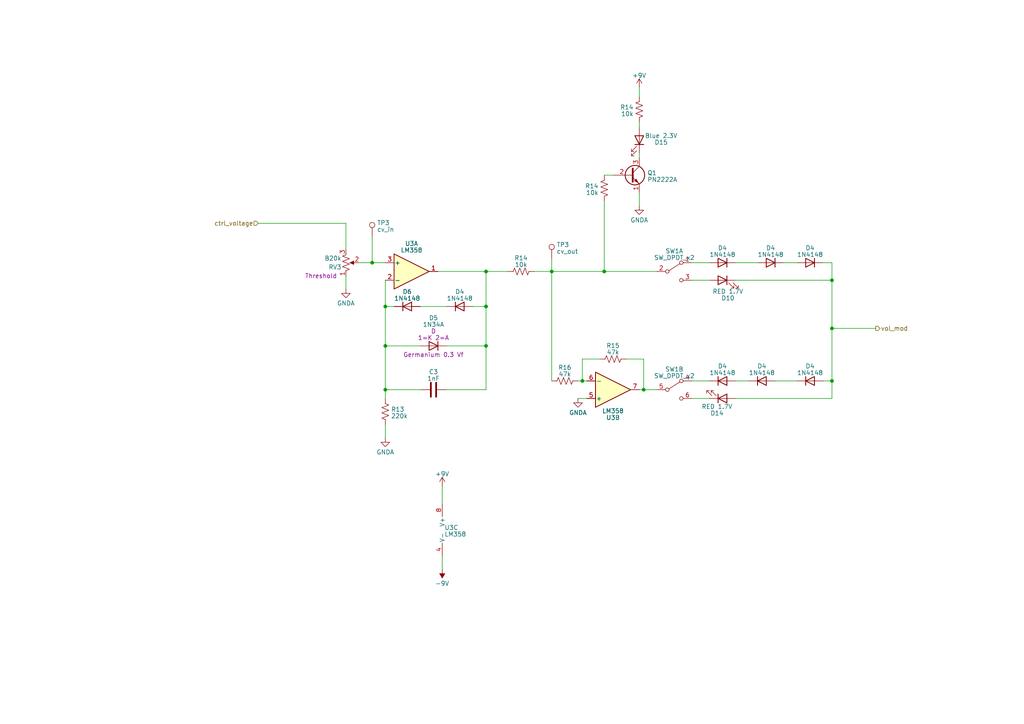
<source format=kicad_sch>
(kicad_sch (version 20230121) (generator eeschema)
  (paper "A4")
  (lib_symbols
    (symbol "Amplifier_Operational:LM358" (pin_names (offset 0.127))
      (property "Reference" "U" (at 0 5.08 0))
      (property "Value" "LM358" (at 0 -5.08 0))
      (symbol "LM358_1_1"
        (polyline (pts (xy -5.08 5.08) (xy 5.08 0) (xy -5.08 -5.08) (xy -5.08 5.08)) (stroke (width 0.254)) (fill (type background)))
        (pin output line (at 7.62 0 180) (length 2.54) (name "~") (number "1"))
        (pin input line (at -7.62 -2.54 0) (length 2.54) (name "-") (number "2"))
        (pin input line (at -7.62 2.54 0) (length 2.54) (name "+") (number "3"))
      )
      (symbol "LM358_2_1"
        (polyline (pts (xy -5.08 5.08) (xy 5.08 0) (xy -5.08 -5.08) (xy -5.08 5.08)) (stroke (width 0.254)) (fill (type background)))
        (pin input line (at -7.62 2.54 0) (length 2.54) (name "+") (number "5"))
        (pin input line (at -7.62 -2.54 0) (length 2.54) (name "-") (number "6"))
        (pin output line (at 7.62 0 180) (length 2.54) (name "~") (number "7"))
      )
      (symbol "LM358_3_1"
        (pin power_in line (at -2.54 -7.62 90) (length 3.81) (name "V-") (number "4"))
        (pin power_in line (at -2.54 7.62 270) (length 3.81) (name "V+") (number "8"))
      )
    )
    (symbol "Connector:TestPoint" (pin_numbers hide) (pin_names (offset 0.762) hide)
      (property "Reference" "TP" (at 0 6.858 0))
      (property "Value" "TestPoint" (at 0 5.08 0))
      (symbol "TestPoint_0_1"
        (circle (center 0 3.302) (radius 0.762))
      )
      (symbol "TestPoint_1_1"
        (pin passive line (at 0 0 90) (length 2.54) (name "1") (number "1"))
      )
    )
    (symbol "Device:C" (pin_numbers hide) (pin_names (offset 0.254))
      (property "Reference" "C" (at 0.635 2.54 0))
      (property "Value" "C" (at 0.635 -2.54 0))
      (symbol "C_0_1"
        (polyline (pts (xy -2.032 -0.762) (xy 2.032 -0.762)) (stroke (width 0.508)))
        (polyline (pts (xy -2.032 0.762) (xy 2.032 0.762)) (stroke (width 0.508)))
      )
      (symbol "C_1_1"
        (pin passive line (at 0 3.81 270) (length 2.794) (name "~") (number "1"))
        (pin passive line (at 0 -3.81 90) (length 2.794) (name "~") (number "2"))
      )
    )
    (symbol "Device:LED" (pin_numbers hide) (pin_names (offset 1.016) hide)
      (property "Reference" "D" (at 0 2.54 0))
      (property "Value" "LED" (at 0 -2.54 0))
      (symbol "LED_0_1"
        (polyline (pts (xy -1.27 -1.27) (xy -1.27 1.27)) (stroke (width 0.254)))
        (polyline (pts (xy -1.27 0) (xy 1.27 0)))
        (polyline (pts (xy 1.27 -1.27) (xy 1.27 1.27) (xy -1.27 0) (xy 1.27 -1.27)) (stroke (width 0.254)))
        (polyline (pts (xy -3.048 -0.762) (xy -4.572 -2.286) (xy -3.81 -2.286) (xy -4.572 -2.286) (xy -4.572 -1.524)))
        (polyline (pts (xy -1.778 -0.762) (xy -3.302 -2.286) (xy -2.54 -2.286) (xy -3.302 -2.286) (xy -3.302 -1.524)))
      )
      (symbol "LED_1_1"
        (pin passive line (at -3.81 0 0) (length 2.54) (name "K") (number "1"))
        (pin passive line (at 3.81 0 180) (length 2.54) (name "A") (number "2"))
      )
    )
    (symbol "Device:R_Potentiometer_US" (pin_names (offset 1.016) hide)
      (property "Reference" "RV" (at -4.445 0 90))
      (property "Value" "R_Potentiometer_US" (at -2.54 0 90))
      (symbol "R_Potentiometer_US_0_1"
        (polyline (pts (xy 0 -2.286) (xy 0 -2.54)))
        (polyline (pts (xy 0 2.54) (xy 0 2.286)))
        (polyline (pts (xy 2.54 0) (xy 1.524 0)))
        (polyline (pts (xy 1.143 0) (xy 2.286 0.508) (xy 2.286 -0.508) (xy 1.143 0)) (fill (type outline)))
        (polyline (pts (xy 0 -0.762) (xy 1.016 -1.143) (xy 0 -1.524) (xy -1.016 -1.905) (xy 0 -2.286)))
        (polyline (pts (xy 0 0.762) (xy 1.016 0.381) (xy 0 0) (xy -1.016 -0.381) (xy 0 -0.762)))
        (polyline (pts (xy 0 2.286) (xy 1.016 1.905) (xy 0 1.524) (xy -1.016 1.143) (xy 0 0.762)))
      )
      (symbol "R_Potentiometer_US_1_1"
        (pin passive line (at 0 3.81 270) (length 1.27) (name "1") (number "1"))
        (pin passive line (at 3.81 0 180) (length 1.27) (name "2") (number "2"))
        (pin passive line (at 0 -3.81 90) (length 1.27) (name "3") (number "3"))
      )
    )
    (symbol "Device:R_US" (pin_numbers hide) (pin_names (offset 0))
      (property "Reference" "R" (at 2.54 0 90))
      (property "Value" "R_US" (at -2.54 0 90))
      (symbol "R_US_0_1"
        (polyline (pts (xy 0 -2.286) (xy 0 -2.54)))
        (polyline (pts (xy 0 2.286) (xy 0 2.54)))
        (polyline (pts (xy 0 -0.762) (xy 1.016 -1.143) (xy 0 -1.524) (xy -1.016 -1.905) (xy 0 -2.286)))
        (polyline (pts (xy 0 0.762) (xy 1.016 0.381) (xy 0 0) (xy -1.016 -0.381) (xy 0 -0.762)))
        (polyline (pts (xy 0 2.286) (xy 1.016 1.905) (xy 0 1.524) (xy -1.016 1.143) (xy 0 0.762)))
      )
      (symbol "R_US_1_1"
        (pin passive line (at 0 3.81 270) (length 1.27) (name "~") (number "1"))
        (pin passive line (at 0 -3.81 90) (length 1.27) (name "~") (number "2"))
      )
    )
    (symbol "Diode:1N4148" (pin_numbers hide) (pin_names hide)
      (property "Reference" "D" (at 0 2.54 0))
      (property "Value" "1N4148" (at 0 -2.54 0))
      (symbol "1N4148_0_1"
        (polyline (pts (xy -1.27 1.27) (xy -1.27 -1.27)) (stroke (width 0.254)))
        (polyline (pts (xy 1.27 0) (xy -1.27 0)))
        (polyline (pts (xy 1.27 1.27) (xy 1.27 -1.27) (xy -1.27 0) (xy 1.27 1.27)) (stroke (width 0.254)))
      )
      (symbol "1N4148_1_1"
        (pin passive line (at -3.81 0 0) (length 2.54) (name "K") (number "1"))
        (pin passive line (at 3.81 0 180) (length 2.54) (name "A") (number "2"))
      )
    )
    (symbol "Simulation_SPICE:D" (pin_numbers hide) (pin_names (offset 1.016) hide)
      (property "Reference" "D" (at 0 2.54 0))
      (property "Value" "D" (at 0 -2.54 0))
      (property "Sim.Device" "D" (at 0 0 0))
      (property "Sim.Pins" "1=K 2=A" (at 0 0 0))
      (symbol "D_0_1"
        (polyline (pts (xy -1.27 1.27) (xy -1.27 -1.27)) (stroke (width 0.254)))
        (polyline (pts (xy 1.27 0) (xy -1.27 0)))
        (polyline (pts (xy 1.27 1.27) (xy 1.27 -1.27) (xy -1.27 0) (xy 1.27 1.27)) (stroke (width 0.254)))
      )
      (symbol "D_1_1"
        (pin passive line (at -3.81 0 0) (length 2.54) (name "K") (number "1"))
        (pin passive line (at 3.81 0 180) (length 2.54) (name "A") (number "2"))
      )
    )
    (symbol "Switch:SW_DPDT_x2" (pin_names (offset 0) hide)
      (property "Reference" "SW" (at 0 4.318 0))
      (property "Value" "SW_DPDT_x2" (at 0 -5.08 0))
      (symbol "SW_DPDT_x2_0_0"
        (circle (center -2.032 0) (radius 0.508))
        (circle (center 2.032 -2.54) (radius 0.508))
      )
      (symbol "SW_DPDT_x2_0_1"
        (polyline (pts (xy -1.524 0.254) (xy 1.651 2.286)))
        (circle (center 2.032 2.54) (radius 0.508))
      )
      (symbol "SW_DPDT_x2_1_1"
        (pin passive line (at 5.08 2.54 180) (length 2.54) (name "A") (number "1"))
        (pin passive line (at -5.08 0 0) (length 2.54) (name "B") (number "2"))
        (pin passive line (at 5.08 -2.54 180) (length 2.54) (name "C") (number "3"))
      )
      (symbol "SW_DPDT_x2_2_1"
        (pin passive line (at 5.08 2.54 180) (length 2.54) (name "A") (number "4"))
        (pin passive line (at -5.08 0 0) (length 2.54) (name "B") (number "5"))
        (pin passive line (at 5.08 -2.54 180) (length 2.54) (name "C") (number "6"))
      )
    )
    (symbol "Transistor_BJT:PN2222A" (pin_names (offset 0) hide)
      (property "Reference" "Q" (at 5.08 1.905 0))
      (property "Value" "PN2222A" (at 5.08 0 0))
      (symbol "PN2222A_0_1"
        (polyline (pts (xy 0 0) (xy 0.635 0)))
        (polyline (pts (xy 2.54 -2.54) (xy 0.635 -0.635)))
        (polyline (pts (xy 2.54 2.54) (xy 0.635 0.635)))
        (polyline (pts (xy 0.635 1.905) (xy 0.635 -1.905) (xy 0.635 -1.905)) (stroke (width 0.508)))
        (polyline (pts (xy 2.413 -2.413) (xy 1.905 -1.905) (xy 1.905 -1.905)))
        (polyline (pts (xy 1.143 -1.651) (xy 1.651 -1.143) (xy 2.159 -2.159) (xy 1.143 -1.651) (xy 1.143 -1.651)) (fill (type outline)))
        (circle (center 1.27 0) (radius 2.8194) (stroke (width 0.254)))
      )
      (symbol "PN2222A_1_1"
        (pin passive line (at 2.54 -5.08 90) (length 2.54) (name "E") (number "1"))
        (pin input line (at -5.08 0 0) (length 5.08) (name "B") (number "2"))
        (pin passive line (at 2.54 5.08 270) (length 2.54) (name "C") (number "3"))
      )
    )
    (symbol "power:+9V" (power) (pin_names (offset 0))
      (property "Value" "+9V" (at 0 3.556 0))
      (symbol "+9V_0_1"
        (polyline (pts (xy -0.762 1.27) (xy 0 2.54)))
        (polyline (pts (xy 0 0) (xy 0 2.54)))
        (polyline (pts (xy 0 2.54) (xy 0.762 1.27)))
      )
      (symbol "+9V_1_1"
        (pin power_in line (at 0 0 90) (length 0) hide (name "+9V") (number "1"))
      )
    )
    (symbol "power:-9V" (power) (pin_names (offset 0))
      (property "Value" "-9V" (at 0 3.81 0))
      (symbol "-9V_0_1"
        (polyline (pts (xy 0 0) (xy 0 2.54)))
        (polyline (pts (xy 0.762 1.27) (xy -0.762 1.27) (xy 0 2.54) (xy 0.762 1.27)) (fill (type outline)))
      )
      (symbol "-9V_1_1"
        (pin power_in line (at 0 0 90) (length 0) hide (name "-9V") (number "1"))
      )
    )
    (symbol "power:GNDA" (power) (pin_names (offset 0))
      (property "Value" "GNDA" (at 0 -3.81 0))
      (symbol "GNDA_0_1"
        (polyline (pts (xy 0 0) (xy 0 -1.27) (xy 1.27 -1.27) (xy 0 -2.54) (xy -1.27 -1.27) (xy 0 -1.27)))
      )
      (symbol "GNDA_1_1"
        (pin power_in line (at 0 0 270) (length 0) hide (name "GNDA") (number "1"))
      )
    )
  )
  (junction (at 107.95 76.2))
  (junction (at 111.76 100.33))
  (junction (at 241.3 81.28))
  (junction (at 160.02 78.74))
  (junction (at 111.76 113.03))
  (junction (at 175.26 78.74))
  (junction (at 140.97 88.9))
  (junction (at 241.3 110.49))
  (junction (at 140.97 78.74))
  (junction (at 186.69 113.03))
  (junction (at 140.97 100.33))
  (junction (at 241.3 95.25))
  (junction (at 168.91 110.49))
  (junction (at 111.76 88.9))
  (wire (pts (xy 185.42 59.69) (xy 185.42 55.88)))
  (wire (pts (xy 114.3 88.9) (xy 111.76 88.9)))
  (wire (pts (xy 160.02 74.93) (xy 160.02 78.74)))
  (wire (pts (xy 200.66 81.28) (xy 205.74 81.28)))
  (wire (pts (xy 140.97 100.33) (xy 140.97 88.9)))
  (wire (pts (xy 175.26 78.74) (xy 190.5 78.74)))
  (wire (pts (xy 186.69 104.14) (xy 186.69 113.03)))
  (wire (pts (xy 241.3 95.25) (xy 254 95.25)))
  (wire (pts (xy 140.97 113.03) (xy 140.97 100.33)))
  (wire (pts (xy 241.3 115.57) (xy 241.3 110.49)))
  (wire (pts (xy 160.02 78.74) (xy 175.26 78.74)))
  (wire (pts (xy 241.3 110.49) (xy 238.76 110.49)))
  (wire (pts (xy 175.26 50.8) (xy 177.8 50.8)))
  (wire (pts (xy 241.3 76.2) (xy 238.76 76.2)))
  (wire (pts (xy 74.93 64.77) (xy 100.33 64.77)))
  (wire (pts (xy 140.97 78.74) (xy 140.97 88.9)))
  (wire (pts (xy 107.95 76.2) (xy 111.76 76.2)))
  (wire (pts (xy 107.95 68.58) (xy 107.95 76.2)))
  (wire (pts (xy 160.02 110.49) (xy 160.02 78.74)))
  (wire (pts (xy 213.36 81.28) (xy 241.3 81.28)))
  (wire (pts (xy 111.76 100.33) (xy 111.76 113.03)))
  (wire (pts (xy 111.76 88.9) (xy 111.76 81.28)))
  (wire (pts (xy 147.32 78.74) (xy 140.97 78.74)))
  (wire (pts (xy 154.94 78.74) (xy 160.02 78.74)))
  (wire (pts (xy 213.36 115.57) (xy 241.3 115.57)))
  (wire (pts (xy 121.92 100.33) (xy 111.76 100.33)))
  (wire (pts (xy 231.14 110.49) (xy 224.79 110.49)))
  (wire (pts (xy 185.42 44.45) (xy 185.42 45.72)))
  (wire (pts (xy 185.42 36.83) (xy 185.42 35.56)))
  (wire (pts (xy 241.3 81.28) (xy 241.3 95.25)))
  (wire (pts (xy 111.76 88.9) (xy 111.76 100.33)))
  (wire (pts (xy 129.54 100.33) (xy 140.97 100.33)))
  (wire (pts (xy 213.36 76.2) (xy 219.71 76.2)))
  (wire (pts (xy 104.14 76.2) (xy 107.95 76.2)))
  (wire (pts (xy 121.92 113.03) (xy 111.76 113.03)))
  (wire (pts (xy 100.33 72.39) (xy 100.33 64.77)))
  (wire (pts (xy 175.26 58.42) (xy 175.26 78.74)))
  (wire (pts (xy 111.76 115.57) (xy 111.76 113.03)))
  (wire (pts (xy 100.33 83.82) (xy 100.33 80.01)))
  (wire (pts (xy 137.16 88.9) (xy 140.97 88.9)))
  (wire (pts (xy 185.42 25.4) (xy 185.42 27.94)))
  (wire (pts (xy 129.54 113.03) (xy 140.97 113.03)))
  (wire (pts (xy 168.91 104.14) (xy 168.91 110.49)))
  (wire (pts (xy 241.3 95.25) (xy 241.3 110.49)))
  (wire (pts (xy 173.99 104.14) (xy 168.91 104.14)))
  (wire (pts (xy 127 78.74) (xy 140.97 78.74)))
  (wire (pts (xy 121.92 88.9) (xy 129.54 88.9)))
  (wire (pts (xy 190.5 113.03) (xy 186.69 113.03)))
  (wire (pts (xy 186.69 113.03) (xy 185.42 113.03)))
  (wire (pts (xy 111.76 127) (xy 111.76 123.19)))
  (wire (pts (xy 200.66 115.57) (xy 205.74 115.57)))
  (wire (pts (xy 200.66 110.49) (xy 205.74 110.49)))
  (wire (pts (xy 241.3 81.28) (xy 241.3 76.2)))
  (wire (pts (xy 128.27 161.29) (xy 128.27 165.1)))
  (wire (pts (xy 200.66 76.2) (xy 205.74 76.2)))
  (wire (pts (xy 167.64 110.49) (xy 168.91 110.49)))
  (wire (pts (xy 168.91 110.49) (xy 170.18 110.49)))
  (wire (pts (xy 231.14 76.2) (xy 227.33 76.2)))
  (wire (pts (xy 181.61 104.14) (xy 186.69 104.14)))
  (wire (pts (xy 213.36 110.49) (xy 217.17 110.49)))
  (wire (pts (xy 128.27 140.97) (xy 128.27 146.05)))
  (wire (pts (xy 167.64 115.57) (xy 170.18 115.57)))
  (hierarchical_label "ctrl_voltage" (shape input) (at 74.93 64.77 180))
  (hierarchical_label "vol_mod" (shape output) (at 254 95.25 0))
  (symbol (lib_id "Connector:TestPoint") (at 107.95 68.58 0) (unit 1)
    (property "Reference" "TP3" (at 109.347 64.6343 0) (effects (justify left)))
    (property "Value" "cv_in" (at 109.347 66.5553 0) (effects (justify left)))
    (property "Footprint" "Connector_Pin:Pin_D1.3mm_L10.0mm_W3.5mm_Flat" (effects hide))
    (instances (project "Compressor_Pedal" (path "" (reference "TP3") (unit 1)) (path "" (reference "TP5") (unit 1)) (path "" (reference "TP5") (unit 1))))
  )
  (symbol (lib_id "power:GNDA") (at 167.64 115.57 0) (unit 1)
    (property "Reference" "#PWR019" (effects hide))
    (property "Value" "GNDA" (at 167.64 119.7055 0))
  )
  (symbol (lib_id "Device:C") (at 125.73 113.03 90) (unit 1)
    (property "Reference" "C3" (at 125.73 107.8611 90))
    (property "Value" "1nF" (at 125.73 109.7821 90))
    (property "Footprint" "Capacitor_THT:C_Disc_D5.0mm_W2.5mm_P2.50mm" (effects hide))
    (property "Description" "ceramic" (effects hide))
  )
  (symbol (lib_id "Diode:1N4148") (at 234.95 76.2 180) (unit 1)
    (property "Reference" "D4" (at 234.95 71.9201 0))
    (property "Value" "1N4148" (at 234.95 73.8411 0))
    (property "Footprint" "Diode_THT:D_DO-35_SOD27_P2.54mm_Vertical_KathodeUp" (effects hide))
    (property "Datasheet" "https://assets.nexperia.com/documents/data-sheet/1N4148_1N4448.pdf" (effects hide))
    (property "Sim.Device" "D" (effects hide))
    (property "Sim.Pins" "1=K 2=A" (effects hide))
    (instances (project "Compressor_Pedal" (path "" (reference "D4") (unit 1)) (path "" (reference "D9") (unit 1))))
  )
  (symbol (lib_id "Simulation_SPICE:D") (at 125.73 100.33 0) (mirror y) (unit 1)
    (property "Reference" "D5" (at 125.73 92.2081 0))
    (property "Value" "1N34A" (at 125.73 94.1291 0))
    (property "Footprint" "Diode_THT:D_DO-35_SOD27_P2.54mm_Vertical_KathodeUp" (effects hide))
    (property "Sim.Device" "D" (at 125.73 96.0501 0))
    (property "Sim.Pins" "1=K 2=A" (at 125.73 97.9711 0))
    (property "Description" "Germanium 0.3 Vf" (at 125.73 102.87 0))
  )
  (symbol (lib_id "Diode:1N4148") (at 209.55 110.49 0) (mirror x) (unit 1)
    (property "Reference" "D4" (at 209.55 106.2101 0))
    (property "Value" "1N4148" (at 209.55 108.1311 0))
    (property "Footprint" "Diode_THT:D_DO-35_SOD27_P2.54mm_Vertical_KathodeUp" (effects hide))
    (property "Datasheet" "https://assets.nexperia.com/documents/data-sheet/1N4148_1N4448.pdf" (effects hide))
    (property "Sim.Device" "D" (effects hide))
    (property "Sim.Pins" "1=K 2=A" (effects hide))
    (instances (project "Compressor_Pedal" (path "" (reference "D4") (unit 1)) (path "" (reference "D13") (unit 1))))
  )
  (symbol (lib_id "Device:LED") (at 209.55 115.57 0) (mirror x) (unit 1)
    (property "Reference" "D14" (at 207.9625 119.8499 0))
    (property "Value" "RED 1.7V" (at 207.9625 117.9289 0))
    (property "Footprint" "LED_THT:LED_D3.0mm_FlatTop" (effects hide))
  )
  (symbol (lib_id "power:-9V") (at 128.27 165.1 180) (unit 1)
    (property "Reference" "#PWR02" (effects hide))
    (property "Value" "-9V" (at 128.27 169.2355 0))
    (instances (project "Compressor_Pedal" (path "" (reference "#PWR02") (unit 1)) (path "" (reference "#PWR013") (unit 1)) (path "" (reference "#PWR013") (unit 1))))
  )
  (symbol (lib_id "Transistor_BJT:PN2222A") (at 182.88 50.8 0) (unit 1)
    (property "Reference" "Q1" (at 187.7314 50.1563 0) (effects (justify left)))
    (property "Value" "PN2222A" (at 187.7314 52.0773 0) (effects (justify left)))
    (property "Footprint" "Package_TO_SOT_THT:TO-92_Inline" (effects hide))
    (property "Datasheet" "https://www.onsemi.com/pub/Collateral/PN2222-D.PDF" (effects hide))
  )
  (symbol (lib_id "Device:R_Potentiometer_US") (at 100.33 76.2 0) (mirror x) (unit 1)
    (property "Reference" "RV3" (at 99.06 77.47 0) (effects (justify right)))
    (property "Value" "B20k" (at 99.06 74.93 0) (effects (justify right)))
    (property "Footprint" "Potentiometer_THT:Potentiometer_Alps_RK163_Single_Horizontal" (effects hide))
    (property "Description" "Threshold" (at 97.79 80.01 0) (effects (justify right)))
    (instances (project "Compressor_Pedal" (path "" (reference "RV3") (unit 1)) (path "" (reference "RV4") (unit 1)) (path "" (reference "RV4") (unit 1))))
  )
  (symbol (lib_id "Amplifier_Operational:LM358") (at 119.38 78.74 0) (unit 1)
    (property "Reference" "U3" (at 119.38 70.6501 0))
    (property "Value" "LM358" (at 119.38 72.5711 0))
    (property "Footprint" "Package_DIP:DIP-8_W7.62mm_Socket_LongPads" (effects hide))
    (property "Datasheet" "http://www.ti.com/lit/ds/symlink/lm2904-n.pdf" (effects hide))
  )
  (symbol (lib_id "Device:R_US") (at 163.83 110.49 270) (unit 1)
    (property "Reference" "R16" (at 163.83 106.5911 90))
    (property "Value" "47k" (at 163.83 108.5121 90))
    (property "Footprint" "Resistor_THT:R_Axial_DIN0207_L6.3mm_D2.5mm_P2.54mm_Vertical" (effects hide))
    (instances (project "Compressor_Pedal" (path "" (reference "R16") (unit 1)) (path "" (reference "R15") (unit 1))))
  )
  (symbol (lib_id "power:+9V") (at 185.42 25.4 0) (unit 1)
    (property "Reference" "#PWR01" (effects hide))
    (property "Value" "+9V" (at 185.42 21.8981 0))
    (instances (project "Compressor_Pedal" (path "" (reference "#PWR01") (unit 1)) (path "" (reference "#PWR011") (unit 1)) (path "" (reference "#PWR029") (unit 1))))
  )
  (symbol (lib_id "Diode:1N4148") (at 133.35 88.9 0) (unit 1)
    (property "Reference" "D4" (at 133.35 84.6201 0))
    (property "Value" "1N4148" (at 133.35 86.5411 0))
    (property "Footprint" "Diode_THT:D_DO-35_SOD27_P2.54mm_Vertical_KathodeUp" (effects hide))
    (property "Datasheet" "https://assets.nexperia.com/documents/data-sheet/1N4148_1N4448.pdf" (effects hide))
    (property "Sim.Device" "D" (effects hide))
    (property "Sim.Pins" "1=K 2=A" (effects hide))
    (instances (project "Compressor_Pedal" (path "" (reference "D4") (unit 1)) (path "" (reference "D6") (unit 1))))
  )
  (symbol (lib_id "power:GNDA") (at 100.33 83.82 0) (unit 1)
    (property "Reference" "#PWR017" (effects hide))
    (property "Value" "GNDA" (at 100.33 87.9555 0))
  )
  (symbol (lib_id "Diode:1N4148") (at 223.52 76.2 180) (unit 1)
    (property "Reference" "D4" (at 223.52 71.9201 0))
    (property "Value" "1N4148" (at 223.52 73.8411 0))
    (property "Footprint" "Diode_THT:D_DO-35_SOD27_P2.54mm_Vertical_KathodeUp" (effects hide))
    (property "Datasheet" "https://assets.nexperia.com/documents/data-sheet/1N4148_1N4448.pdf" (effects hide))
    (property "Sim.Device" "D" (effects hide))
    (property "Sim.Pins" "1=K 2=A" (effects hide))
    (instances (project "Compressor_Pedal" (path "" (reference "D4") (unit 1)) (path "" (reference "D8") (unit 1))))
  )
  (symbol (lib_id "Switch:SW_DPDT_x2") (at 195.58 78.74 0) (unit 1)
    (property "Reference" "SW1" (at 195.58 72.8091 0))
    (property "Value" "SW_DPDT_x2" (at 195.58 74.7301 0))
    (property "Footprint" "Button_Switch_THT:SW_NKK_GW12LJP" (effects hide))
    (property "Datasheet" "https://www.taydaelectronics.com/datasheets/files/A-4568-2.pdf" (effects hide))
    (property "Description" "MINI TOGGLE SWITCH DPDT ON-ON, SKU A-4568" (effects hide))
  )
  (symbol (lib_id "Diode:1N4148") (at 118.11 88.9 0) (unit 1)
    (property "Reference" "D6" (at 118.11 84.6201 0))
    (property "Value" "1N4148" (at 118.11 86.5411 0))
    (property "Footprint" "Diode_THT:D_DO-35_SOD27_P2.54mm_Vertical_KathodeUp" (effects hide))
    (property "Datasheet" "https://assets.nexperia.com/documents/data-sheet/1N4148_1N4448.pdf" (effects hide))
    (property "Sim.Device" "D" (effects hide))
    (property "Sim.Pins" "1=K 2=A" (effects hide))
    (instances (project "Compressor_Pedal" (path "" (reference "D6") (unit 1)) (path "" (reference "D4") (unit 1))))
  )
  (symbol (lib_id "Device:R_US") (at 177.8 104.14 270) (unit 1)
    (property "Reference" "R15" (at 177.8 100.2411 90))
    (property "Value" "47k" (at 177.8 102.1621 90))
    (property "Footprint" "Resistor_THT:R_Axial_DIN0207_L6.3mm_D2.5mm_P2.54mm_Vertical" (effects hide))
    (instances (project "Compressor_Pedal" (path "" (reference "R15") (unit 1)) (path "" (reference "R16") (unit 1))))
  )
  (symbol (lib_id "Switch:SW_DPDT_x2") (at 195.58 113.03 0) (unit 2)
    (property "Reference" "SW1" (at 195.58 107.0991 0))
    (property "Value" "SW_DPDT_x2" (at 195.58 109.0201 0))
    (property "Footprint" "Button_Switch_THT:SW_NKK_GW12LJP" (effects hide))
    (property "Datasheet" "https://www.taydaelectronics.com/datasheets/files/A-4568-2.pdf" (effects hide))
    (property "Description" "MINI TOGGLE SWITCH DPDT ON-ON, SKU A-4568" (effects hide))
  )
  (symbol (lib_id "Connector:TestPoint") (at 160.02 74.93 0) (unit 1)
    (property "Reference" "TP3" (at 161.417 70.9843 0) (effects (justify left)))
    (property "Value" "cv_out" (at 161.417 72.9053 0) (effects (justify left)))
    (property "Footprint" "Connector_Pin:Pin_D1.3mm_L10.0mm_W3.5mm_Flat" (effects hide))
    (instances (project "Compressor_Pedal" (path "" (reference "TP3") (unit 1)) (path "" (reference "TP6") (unit 1)) (path "" (reference "TP6") (unit 1))))
  )
  (symbol (lib_id "Device:R_US") (at 111.76 119.38 0) (unit 1)
    (property "Reference" "R13" (at 113.411 118.7363 0) (effects (justify left)))
    (property "Value" "220k" (at 113.411 120.6573 0) (effects (justify left)))
    (property "Footprint" "Resistor_THT:R_Axial_DIN0207_L6.3mm_D2.5mm_P2.54mm_Vertical" (effects hide))
  )
  (symbol (lib_id "Amplifier_Operational:LM358") (at 130.81 153.67 0) (unit 3)
    (property "Reference" "U3" (at 128.905 153.0263 0) (effects (justify left)))
    (property "Value" "LM358" (at 128.905 154.9473 0) (effects (justify left)))
    (property "Footprint" "Package_DIP:DIP-8_W7.62mm_Socket_LongPads" (effects hide))
    (property "Datasheet" "http://www.ti.com/lit/ds/symlink/lm2904-n.pdf" (effects hide))
  )
  (symbol (lib_id "power:GNDA") (at 111.76 127 0) (unit 1)
    (property "Reference" "#PWR018" (effects hide))
    (property "Value" "GNDA" (at 111.76 131.1355 0))
  )
  (symbol (lib_id "Device:LED") (at 209.55 81.28 0) (mirror y) (unit 1)
    (property "Reference" "D10" (at 211.1375 86.4489 0))
    (property "Value" "RED 1.7V" (at 211.1375 84.5279 0))
    (property "Footprint" "LED_THT:LED_D3.0mm_FlatTop" (effects hide))
  )
  (symbol (lib_id "power:+9V") (at 128.27 140.97 0) (unit 1)
    (property "Reference" "#PWR01" (effects hide))
    (property "Value" "+9V" (at 128.27 137.4681 0))
    (instances (project "Compressor_Pedal" (path "" (reference "#PWR01") (unit 1)) (path "" (reference "#PWR011") (unit 1)) (path "" (reference "#PWR011") (unit 1))))
  )
  (symbol (lib_id "Amplifier_Operational:LM358") (at 177.8 113.03 0) (mirror x) (unit 2)
    (property "Reference" "U3" (at 177.8 121.1199 0))
    (property "Value" "LM358" (at 177.8 119.1989 0))
    (property "Footprint" "Package_DIP:DIP-8_W7.62mm_Socket_LongPads" (effects hide))
    (property "Datasheet" "http://www.ti.com/lit/ds/symlink/lm2904-n.pdf" (effects hide))
  )
  (symbol (lib_id "Diode:1N4148") (at 220.98 110.49 0) (mirror x) (unit 1)
    (property "Reference" "D4" (at 220.98 106.2101 0))
    (property "Value" "1N4148" (at 220.98 108.1311 0))
    (property "Footprint" "Diode_THT:D_DO-35_SOD27_P2.54mm_Vertical_KathodeUp" (effects hide))
    (property "Datasheet" "https://assets.nexperia.com/documents/data-sheet/1N4148_1N4448.pdf" (effects hide))
    (property "Sim.Device" "D" (effects hide))
    (property "Sim.Pins" "1=K 2=A" (effects hide))
    (instances (project "Compressor_Pedal" (path "" (reference "D4") (unit 1)) (path "" (reference "D12") (unit 1))))
  )
  (symbol (lib_id "Device:R_US") (at 175.26 54.61 0) (mirror y) (unit 1)
    (property "Reference" "R14" (at 173.609 53.9663 0) (effects (justify left)))
    (property "Value" "10k" (at 173.609 55.8873 0) (effects (justify left)))
    (property "Footprint" "Resistor_THT:R_Axial_DIN0207_L6.3mm_D2.5mm_P2.54mm_Vertical" (effects hide))
    (instances (project "Compressor_Pedal" (path "" (reference "R14") (unit 1)) (path "" (reference "R20") (unit 1))))
  )
  (symbol (lib_id "Diode:1N4148") (at 234.95 110.49 0) (mirror x) (unit 1)
    (property "Reference" "D4" (at 234.95 106.2101 0))
    (property "Value" "1N4148" (at 234.95 108.1311 0))
    (property "Footprint" "Diode_THT:D_DO-35_SOD27_P2.54mm_Vertical_KathodeUp" (effects hide))
    (property "Datasheet" "https://assets.nexperia.com/documents/data-sheet/1N4148_1N4448.pdf" (effects hide))
    (property "Sim.Device" "D" (effects hide))
    (property "Sim.Pins" "1=K 2=A" (effects hide))
    (instances (project "Compressor_Pedal" (path "" (reference "D4") (unit 1)) (path "" (reference "D11") (unit 1))))
  )
  (symbol (lib_id "Device:R_US") (at 151.13 78.74 270) (unit 1)
    (property "Reference" "R14" (at 151.13 74.8411 90))
    (property "Value" "10k" (at 151.13 76.7621 90))
    (property "Footprint" "Resistor_THT:R_Axial_DIN0207_L6.3mm_D2.5mm_P2.54mm_Vertical" (effects hide))
  )
  (symbol (lib_id "Diode:1N4148") (at 209.55 76.2 180) (unit 1)
    (property "Reference" "D4" (at 209.55 71.9201 0))
    (property "Value" "1N4148" (at 209.55 73.8411 0))
    (property "Footprint" "Diode_THT:D_DO-35_SOD27_P2.54mm_Vertical_KathodeUp" (effects hide))
    (property "Datasheet" "https://assets.nexperia.com/documents/data-sheet/1N4148_1N4448.pdf" (effects hide))
    (property "Sim.Device" "D" (effects hide))
    (property "Sim.Pins" "1=K 2=A" (effects hide))
    (instances (project "Compressor_Pedal" (path "" (reference "D4") (unit 1)) (path "" (reference "D7") (unit 1))))
  )
  (symbol (lib_id "Device:R_US") (at 185.42 31.75 0) (mirror y) (unit 1)
    (property "Reference" "R14" (at 183.769 31.1063 0) (effects (justify left)))
    (property "Value" "10k" (at 183.769 33.0273 0) (effects (justify left)))
    (property "Footprint" "Resistor_THT:R_Axial_DIN0207_L6.3mm_D2.5mm_P2.54mm_Vertical" (effects hide))
    (instances (project "Compressor_Pedal" (path "" (reference "R14") (unit 1)) (path "" (reference "R21") (unit 1))))
  )
  (symbol (lib_id "Device:LED") (at 185.42 40.64 270) (mirror x) (unit 1)
    (property "Reference" "D15" (at 191.77 41.291 90))
    (property "Value" "Blue 2.3V" (at 191.77 39.37 90))
    (property "Footprint" "LED_THT:LED_D3.0mm_Clear" (effects hide))
  )
  (symbol (lib_id "power:GNDA") (at 185.42 59.69 0) (unit 1)
    (property "Reference" "#PWR017" (effects hide))
    (property "Value" "GNDA" (at 185.42 63.8255 0))
    (instances (project "Compressor_Pedal" (path "" (reference "#PWR017") (unit 1)) (path "" (reference "#PWR028") (unit 1))))
  )
)
</source>
